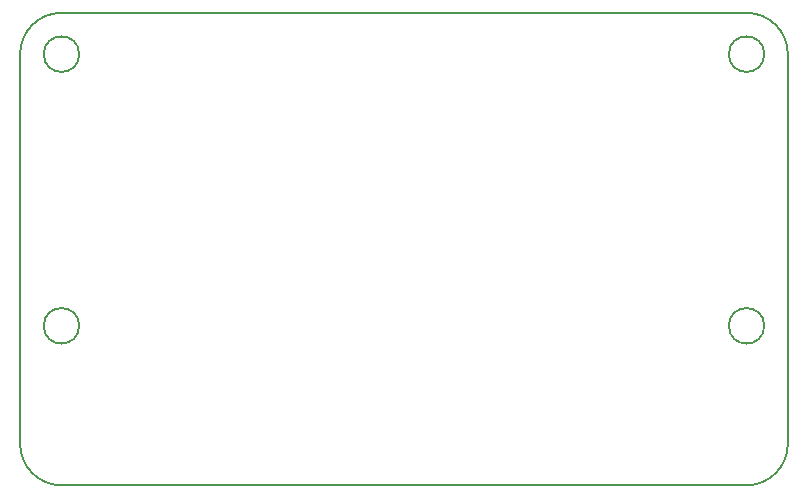
<source format=gbr>
G04 #@! TF.FileFunction,Profile,NP*
%FSLAX46Y46*%
G04 Gerber Fmt 4.6, Leading zero omitted, Abs format (unit mm)*
G04 Created by KiCad (PCBNEW 4.0.7) date 10/01/17 15:58:34*
%MOMM*%
%LPD*%
G01*
G04 APERTURE LIST*
%ADD10C,0.100000*%
%ADD11C,0.150000*%
G04 APERTURE END LIST*
D10*
D11*
X175000000Y-96500000D02*
X175000000Y-86500000D01*
X113500000Y-100000000D02*
X171500000Y-100000000D01*
X110000000Y-86500000D02*
X110000000Y-96500000D01*
X110000000Y-96500000D02*
G75*
G03X113500000Y-100000000I3500000J0D01*
G01*
X171500000Y-100000000D02*
G75*
G03X175000000Y-96500000I0J3500000D01*
G01*
X171500000Y-60000000D02*
X113500000Y-60000000D01*
X175000000Y-86500000D02*
X175000000Y-63500000D01*
X110000000Y-63500000D02*
X110000000Y-86500000D01*
X113500000Y-60000000D02*
G75*
G03X110000000Y-63500000I0J-3500000D01*
G01*
X175000000Y-63500000D02*
G75*
G03X171500000Y-60000000I-3500000J0D01*
G01*
X173000000Y-86500000D02*
G75*
G03X173000000Y-86500000I-1500000J0D01*
G01*
X115000000Y-86500000D02*
G75*
G03X115000000Y-86500000I-1500000J0D01*
G01*
X115000000Y-63500000D02*
G75*
G03X115000000Y-63500000I-1500000J0D01*
G01*
X173000000Y-63500000D02*
G75*
G03X173000000Y-63500000I-1500000J0D01*
G01*
M02*

</source>
